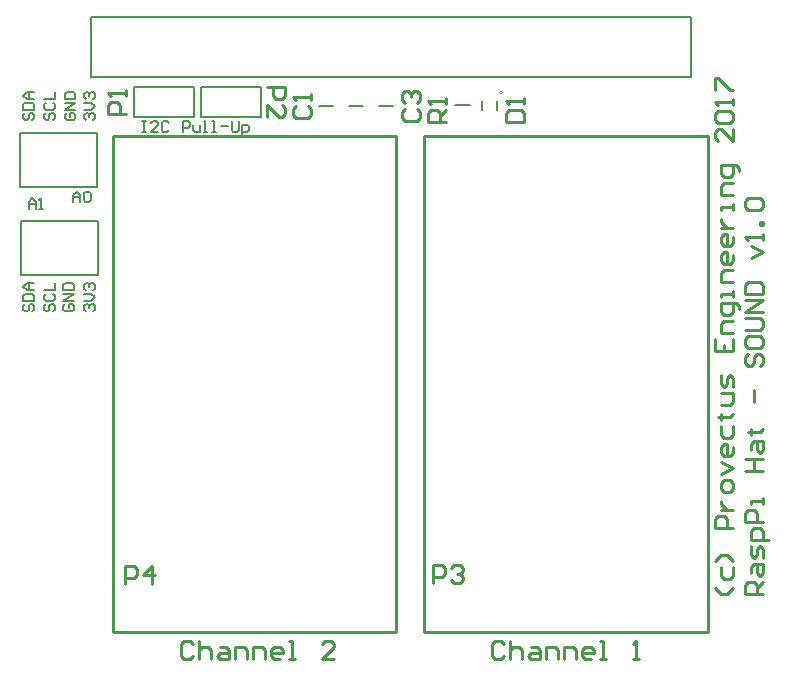
<source format=gto>
G04 Layer_Color=65535*
%FSLAX25Y25*%
%MOIN*%
G70*
G01*
G75*
%ADD26C,0.01000*%
%ADD28C,0.00197*%
%ADD29C,0.00787*%
%ADD30C,0.00500*%
%ADD31C,0.00800*%
%ADD32C,0.00600*%
D26*
X125300Y-194854D02*
X219788D01*
Y-29500D01*
X125300Y-194854D02*
Y-29500D01*
X219788D01*
X21500Y-194854D02*
X115988D01*
Y-29500D01*
X21500Y-194854D02*
Y-29500D01*
X115988D01*
X152585Y-24866D02*
X158583D01*
Y-21867D01*
X157583Y-20867D01*
X153584D01*
X152585Y-21867D01*
Y-24866D01*
X158583Y-18868D02*
Y-16869D01*
Y-17868D01*
X152585D01*
X153584Y-18868D01*
X26000Y-22319D02*
X20002D01*
Y-19320D01*
X21002Y-18320D01*
X23001D01*
X24001Y-19320D01*
Y-22319D01*
X26000Y-16321D02*
Y-14322D01*
Y-15321D01*
X20002D01*
X21002Y-16321D01*
X73000Y-13319D02*
X78998D01*
Y-16318D01*
X77998Y-17318D01*
X75999D01*
X74999Y-16318D01*
Y-13319D01*
X73000Y-23316D02*
Y-19317D01*
X76999Y-23316D01*
X77998D01*
X78998Y-22316D01*
Y-20317D01*
X77998Y-19317D01*
X128300Y-178500D02*
Y-172502D01*
X131299D01*
X132299Y-173502D01*
Y-175501D01*
X131299Y-176501D01*
X128300D01*
X134298Y-173502D02*
X135298Y-172502D01*
X137297D01*
X138297Y-173502D01*
Y-174501D01*
X137297Y-175501D01*
X136297D01*
X137297D01*
X138297Y-176501D01*
Y-177500D01*
X137297Y-178500D01*
X135298D01*
X134298Y-177500D01*
X132583Y-24866D02*
X126585D01*
Y-21867D01*
X127584Y-20867D01*
X129584D01*
X130583Y-21867D01*
Y-24866D01*
Y-22867D02*
X132583Y-20867D01*
Y-18868D02*
Y-16869D01*
Y-17868D01*
X126585D01*
X127584Y-18868D01*
X82502Y-19501D02*
X81502Y-20501D01*
Y-22500D01*
X82502Y-23500D01*
X86500D01*
X87500Y-22500D01*
Y-20501D01*
X86500Y-19501D01*
X87500Y-17502D02*
Y-15503D01*
Y-16502D01*
X81502D01*
X82502Y-17502D01*
X119002Y-20501D02*
X118002Y-21501D01*
Y-23500D01*
X119002Y-24500D01*
X123000D01*
X124000Y-23500D01*
Y-21501D01*
X123000Y-20501D01*
X119002Y-18502D02*
X118002Y-17502D01*
Y-15503D01*
X119002Y-14503D01*
X120001D01*
X121001Y-15503D01*
Y-16503D01*
Y-15503D01*
X122001Y-14503D01*
X123000D01*
X124000Y-15503D01*
Y-17502D01*
X123000Y-18502D01*
X25500Y-179000D02*
Y-173002D01*
X28499D01*
X29499Y-174002D01*
Y-176001D01*
X28499Y-177001D01*
X25500D01*
X34497Y-179000D02*
Y-173002D01*
X31498Y-176001D01*
X35497D01*
X152051Y-199002D02*
X151051Y-198002D01*
X149052D01*
X148052Y-199002D01*
Y-203000D01*
X149052Y-204000D01*
X151051D01*
X152051Y-203000D01*
X154050Y-198002D02*
Y-204000D01*
Y-201001D01*
X155050Y-200001D01*
X157049D01*
X158049Y-201001D01*
Y-204000D01*
X161048Y-200001D02*
X163047D01*
X164047Y-201001D01*
Y-204000D01*
X161048D01*
X160048Y-203000D01*
X161048Y-202001D01*
X164047D01*
X166046Y-204000D02*
Y-200001D01*
X169045D01*
X170045Y-201001D01*
Y-204000D01*
X172044D02*
Y-200001D01*
X175043D01*
X176043Y-201001D01*
Y-204000D01*
X181041D02*
X179042D01*
X178042Y-203000D01*
Y-201001D01*
X179042Y-200001D01*
X181041D01*
X182041Y-201001D01*
Y-202001D01*
X178042D01*
X184040Y-204000D02*
X186040D01*
X185040D01*
Y-198002D01*
X184040D01*
X195037Y-204000D02*
X197036D01*
X196037D01*
Y-198002D01*
X195037Y-199002D01*
X48251D02*
X47251Y-198002D01*
X45252D01*
X44252Y-199002D01*
Y-203000D01*
X45252Y-204000D01*
X47251D01*
X48251Y-203000D01*
X50250Y-198002D02*
Y-204000D01*
Y-201001D01*
X51250Y-200001D01*
X53249D01*
X54249Y-201001D01*
Y-204000D01*
X57248Y-200001D02*
X59247D01*
X60247Y-201001D01*
Y-204000D01*
X57248D01*
X56248Y-203000D01*
X57248Y-202001D01*
X60247D01*
X62246Y-204000D02*
Y-200001D01*
X65245D01*
X66245Y-201001D01*
Y-204000D01*
X68244D02*
Y-200001D01*
X71243D01*
X72243Y-201001D01*
Y-204000D01*
X77241D02*
X75242D01*
X74242Y-203000D01*
Y-201001D01*
X75242Y-200001D01*
X77241D01*
X78241Y-201001D01*
Y-202001D01*
X74242D01*
X80240Y-204000D02*
X82240D01*
X81240D01*
Y-198002D01*
X80240D01*
X95236Y-204000D02*
X91237D01*
X95236Y-200001D01*
Y-199002D01*
X94236Y-198002D01*
X92237D01*
X91237Y-199002D01*
X238400Y-182300D02*
X232402D01*
Y-179301D01*
X233402Y-178301D01*
X235401D01*
X236401Y-179301D01*
Y-182300D01*
Y-180301D02*
X238400Y-178301D01*
X234401Y-175302D02*
Y-173303D01*
X235401Y-172303D01*
X238400D01*
Y-175302D01*
X237400Y-176302D01*
X236401Y-175302D01*
Y-172303D01*
X238400Y-170304D02*
Y-167305D01*
X237400Y-166305D01*
X236401Y-167305D01*
Y-169304D01*
X235401Y-170304D01*
X234401Y-169304D01*
Y-166305D01*
X240399Y-164306D02*
X234401D01*
Y-161307D01*
X235401Y-160307D01*
X237400D01*
X238400Y-161307D01*
Y-164306D01*
Y-158308D02*
X232402D01*
Y-155309D01*
X233402Y-154309D01*
X235401D01*
X236401Y-155309D01*
Y-158308D01*
X238400Y-152310D02*
Y-150310D01*
Y-151310D01*
X234401D01*
Y-152310D01*
X232402Y-141313D02*
X238400D01*
X235401D01*
Y-137315D01*
X232402D01*
X238400D01*
X234401Y-134316D02*
Y-132316D01*
X235401Y-131316D01*
X238400D01*
Y-134316D01*
X237400Y-135315D01*
X236401Y-134316D01*
Y-131316D01*
X233402Y-128317D02*
X234401D01*
Y-129317D01*
Y-127318D01*
Y-128317D01*
X237400D01*
X238400Y-127318D01*
X235401Y-118321D02*
Y-114322D01*
X233402Y-102326D02*
X232402Y-103325D01*
Y-105325D01*
X233402Y-106325D01*
X234401D01*
X235401Y-105325D01*
Y-103325D01*
X236401Y-102326D01*
X237400D01*
X238400Y-103325D01*
Y-105325D01*
X237400Y-106325D01*
X232402Y-97328D02*
Y-99327D01*
X233402Y-100327D01*
X237400D01*
X238400Y-99327D01*
Y-97328D01*
X237400Y-96328D01*
X233402D01*
X232402Y-97328D01*
Y-94328D02*
X237400D01*
X238400Y-93329D01*
Y-91329D01*
X237400Y-90330D01*
X232402D01*
X238400Y-88330D02*
X232402D01*
X238400Y-84332D01*
X232402D01*
Y-82332D02*
X238400D01*
Y-79333D01*
X237400Y-78334D01*
X233402D01*
X232402Y-79333D01*
Y-82332D01*
X234401Y-70336D02*
X238400Y-68337D01*
X234401Y-66338D01*
X238400Y-64338D02*
Y-62339D01*
Y-63339D01*
X232402D01*
X233402Y-64338D01*
X238400Y-59340D02*
X237400D01*
Y-58340D01*
X238400D01*
Y-59340D01*
X233402Y-54341D02*
X232402Y-53342D01*
Y-51342D01*
X233402Y-50343D01*
X237400D01*
X238400Y-51342D01*
Y-53342D01*
X237400Y-54341D01*
X233402D01*
X228400Y-180101D02*
X226401Y-182100D01*
X224401D01*
X222402Y-180101D01*
X224401Y-173103D02*
Y-176102D01*
X225401Y-177102D01*
X227400D01*
X228400Y-176102D01*
Y-173103D01*
Y-171104D02*
X226401Y-169104D01*
X224401D01*
X222402Y-171104D01*
X228400Y-160107D02*
X222402D01*
Y-157108D01*
X223402Y-156108D01*
X225401D01*
X226401Y-157108D01*
Y-160107D01*
X224401Y-154109D02*
X228400D01*
X226401D01*
X225401Y-153109D01*
X224401Y-152110D01*
Y-151110D01*
X228400Y-147111D02*
Y-145112D01*
X227400Y-144112D01*
X225401D01*
X224401Y-145112D01*
Y-147111D01*
X225401Y-148111D01*
X227400D01*
X228400Y-147111D01*
X224401Y-142113D02*
X228400Y-140114D01*
X224401Y-138114D01*
X228400Y-133116D02*
Y-135115D01*
X227400Y-136115D01*
X225401D01*
X224401Y-135115D01*
Y-133116D01*
X225401Y-132116D01*
X226401D01*
Y-136115D01*
X224401Y-126118D02*
Y-129117D01*
X225401Y-130117D01*
X227400D01*
X228400Y-129117D01*
Y-126118D01*
X223402Y-123119D02*
X224401D01*
Y-124119D01*
Y-122119D01*
Y-123119D01*
X227400D01*
X228400Y-122119D01*
X224401Y-119120D02*
X227400D01*
X228400Y-118121D01*
Y-115122D01*
X224401D01*
X228400Y-113122D02*
Y-110123D01*
X227400Y-109124D01*
X226401Y-110123D01*
Y-112123D01*
X225401Y-113122D01*
X224401Y-112123D01*
Y-109124D01*
X222402Y-97127D02*
Y-101126D01*
X228400D01*
Y-97127D01*
X225401Y-101126D02*
Y-99127D01*
X228400Y-95128D02*
X224401D01*
Y-92129D01*
X225401Y-91129D01*
X228400D01*
X230399Y-87131D02*
Y-86131D01*
X229400Y-85131D01*
X224401D01*
Y-88130D01*
X225401Y-89130D01*
X227400D01*
X228400Y-88130D01*
Y-85131D01*
Y-83132D02*
Y-81133D01*
Y-82132D01*
X224401D01*
Y-83132D01*
X228400Y-78134D02*
X224401D01*
Y-75135D01*
X225401Y-74135D01*
X228400D01*
Y-69137D02*
Y-71136D01*
X227400Y-72136D01*
X225401D01*
X224401Y-71136D01*
Y-69137D01*
X225401Y-68137D01*
X226401D01*
Y-72136D01*
X228400Y-63139D02*
Y-65138D01*
X227400Y-66137D01*
X225401D01*
X224401Y-65138D01*
Y-63139D01*
X225401Y-62139D01*
X226401D01*
Y-66137D01*
X224401Y-60140D02*
X228400D01*
X226401D01*
X225401Y-59140D01*
X224401Y-58140D01*
Y-57140D01*
X228400Y-54141D02*
Y-52142D01*
Y-53142D01*
X224401D01*
Y-54141D01*
X228400Y-49143D02*
X224401D01*
Y-46144D01*
X225401Y-45144D01*
X228400D01*
X230399Y-41146D02*
Y-40146D01*
X229400Y-39146D01*
X224401D01*
Y-42145D01*
X225401Y-43145D01*
X227400D01*
X228400Y-42145D01*
Y-39146D01*
Y-27150D02*
Y-31149D01*
X224401Y-27150D01*
X223402D01*
X222402Y-28150D01*
Y-30149D01*
X223402Y-31149D01*
Y-25151D02*
X222402Y-24151D01*
Y-22152D01*
X223402Y-21152D01*
X227400D01*
X228400Y-22152D01*
Y-24151D01*
X227400Y-25151D01*
X223402D01*
X228400Y-19153D02*
Y-17153D01*
Y-18153D01*
X222402D01*
X223402Y-19153D01*
X222402Y-14154D02*
Y-10156D01*
X223402D01*
X227400Y-14154D01*
X228400D01*
D28*
X151576Y-15035D02*
G03*
X151576Y-15035I-557J0D01*
G01*
D29*
X110138Y-19500D02*
X114862D01*
X100138D02*
X104862D01*
X90138D02*
X94862D01*
X135721Y-19366D02*
X140445D01*
X51000Y-13319D02*
X71000D01*
X51000Y-23319D02*
Y-13319D01*
Y-23319D02*
X71000D01*
Y-13319D01*
X28500D02*
X48500D01*
X28500Y-23319D02*
Y-13319D01*
Y-23319D02*
X48500D01*
Y-13319D01*
X14200Y-10000D02*
X214200D01*
X14200Y10000D02*
X214200D01*
X14200Y-10000D02*
Y10000D01*
X214200Y-10000D02*
Y10000D01*
D30*
X144622Y-20843D02*
Y-17890D01*
X149543Y-20843D02*
Y-17890D01*
D31*
X16552Y-75748D02*
X16600Y-75700D01*
X3500Y-75748D02*
X16552D01*
X-9100D02*
X3500D01*
X16600Y-75700D02*
Y-58000D01*
X-9100D02*
X16600D01*
X-9100Y-75748D02*
Y-58000D01*
X-9407Y-46390D02*
Y-28642D01*
X16293D01*
Y-46342D02*
Y-28642D01*
X-9407Y-46390D02*
X3193D01*
X16245D01*
X16293Y-46342D01*
D32*
X-7723Y-85628D02*
X-8306Y-86211D01*
Y-87378D01*
X-7723Y-87961D01*
X-7140D01*
X-6556Y-87378D01*
Y-86211D01*
X-5973Y-85628D01*
X-5390D01*
X-4807Y-86211D01*
Y-87378D01*
X-5390Y-87961D01*
X-8306Y-84462D02*
X-4807D01*
Y-82712D01*
X-5390Y-82129D01*
X-7723D01*
X-8306Y-82712D01*
Y-84462D01*
X-4807Y-80963D02*
X-7140D01*
X-8306Y-79797D01*
X-7140Y-78630D01*
X-4807D01*
X-6556D01*
Y-80963D01*
X-792Y-85628D02*
X-1376Y-86211D01*
Y-87378D01*
X-792Y-87961D01*
X-209D01*
X374Y-87378D01*
Y-86211D01*
X957Y-85628D01*
X1540D01*
X2123Y-86211D01*
Y-87378D01*
X1540Y-87961D01*
X-792Y-82129D02*
X-1376Y-82712D01*
Y-83879D01*
X-792Y-84462D01*
X1540D01*
X2123Y-83879D01*
Y-82712D01*
X1540Y-82129D01*
X-1376Y-80963D02*
X2123D01*
Y-78630D01*
X5638Y-85628D02*
X5055Y-86211D01*
Y-87378D01*
X5638Y-87961D01*
X7971D01*
X8554Y-87378D01*
Y-86211D01*
X7971Y-85628D01*
X6804D01*
Y-86794D01*
X8554Y-84462D02*
X5055D01*
X8554Y-82129D01*
X5055D01*
Y-80963D02*
X8554D01*
Y-79214D01*
X7971Y-78630D01*
X5638D01*
X5055Y-79214D01*
Y-80963D01*
X12569Y-87961D02*
X11985Y-87378D01*
Y-86211D01*
X12569Y-85628D01*
X13152D01*
X13735Y-86211D01*
Y-86794D01*
Y-86211D01*
X14318Y-85628D01*
X14901D01*
X15484Y-86211D01*
Y-87378D01*
X14901Y-87961D01*
X11985Y-84462D02*
X14318D01*
X15484Y-83296D01*
X14318Y-82129D01*
X11985D01*
X12569Y-80963D02*
X11985Y-80380D01*
Y-79214D01*
X12569Y-78630D01*
X13152D01*
X13735Y-79214D01*
Y-79797D01*
Y-79214D01*
X14318Y-78630D01*
X14901D01*
X15484Y-79214D01*
Y-80380D01*
X14901Y-80963D01*
X12569Y-24280D02*
X11985Y-23696D01*
Y-22530D01*
X12569Y-21947D01*
X13152D01*
X13735Y-22530D01*
Y-23113D01*
Y-22530D01*
X14318Y-21947D01*
X14901D01*
X15484Y-22530D01*
Y-23696D01*
X14901Y-24280D01*
X11985Y-20781D02*
X14318D01*
X15484Y-19614D01*
X14318Y-18448D01*
X11985D01*
X12569Y-17282D02*
X11985Y-16699D01*
Y-15532D01*
X12569Y-14949D01*
X13152D01*
X13735Y-15532D01*
Y-16116D01*
Y-15532D01*
X14318Y-14949D01*
X14901D01*
X15484Y-15532D01*
Y-16699D01*
X14901Y-17282D01*
X6138Y-21947D02*
X5555Y-22530D01*
Y-23696D01*
X6138Y-24280D01*
X8471D01*
X9054Y-23696D01*
Y-22530D01*
X8471Y-21947D01*
X7304D01*
Y-23113D01*
X9054Y-20781D02*
X5555D01*
X9054Y-18448D01*
X5555D01*
Y-17282D02*
X9054D01*
Y-15532D01*
X8471Y-14949D01*
X6138D01*
X5555Y-15532D01*
Y-17282D01*
X-792Y-21947D02*
X-1376Y-22530D01*
Y-23696D01*
X-792Y-24280D01*
X-209D01*
X374Y-23696D01*
Y-22530D01*
X957Y-21947D01*
X1540D01*
X2123Y-22530D01*
Y-23696D01*
X1540Y-24280D01*
X-792Y-18448D02*
X-1376Y-19031D01*
Y-20198D01*
X-792Y-20781D01*
X1540D01*
X2123Y-20198D01*
Y-19031D01*
X1540Y-18448D01*
X-1376Y-17282D02*
X2123D01*
Y-14949D01*
X-7723Y-21947D02*
X-8306Y-22530D01*
Y-23696D01*
X-7723Y-24280D01*
X-7140D01*
X-6556Y-23696D01*
Y-22530D01*
X-5973Y-21947D01*
X-5390D01*
X-4807Y-22530D01*
Y-23696D01*
X-5390Y-24280D01*
X-8306Y-20781D02*
X-4807D01*
Y-19031D01*
X-5390Y-18448D01*
X-7723D01*
X-8306Y-19031D01*
Y-20781D01*
X-4807Y-17282D02*
X-7140D01*
X-8306Y-16116D01*
X-7140Y-14949D01*
X-4807D01*
X-6556D01*
Y-17282D01*
X-6500Y-53819D02*
Y-51486D01*
X-5334Y-50320D01*
X-4167Y-51486D01*
Y-53819D01*
Y-52069D01*
X-6500D01*
X-3001Y-53819D02*
X-1835D01*
X-2418D01*
Y-50320D01*
X-3001Y-50903D01*
X8268Y-51575D02*
Y-49242D01*
X9434Y-48076D01*
X10600Y-49242D01*
Y-51575D01*
Y-49825D01*
X8268D01*
X11767Y-48659D02*
X12350Y-48076D01*
X13516D01*
X14099Y-48659D01*
Y-50992D01*
X13516Y-51575D01*
X12350D01*
X11767Y-50992D01*
Y-48659D01*
X31400Y-24601D02*
X32566D01*
X31983D01*
Y-28100D01*
X31400D01*
X32566D01*
X36648D02*
X34316D01*
X36648Y-25767D01*
Y-25184D01*
X36065Y-24601D01*
X34899D01*
X34316Y-25184D01*
X40147D02*
X39564Y-24601D01*
X38398D01*
X37815Y-25184D01*
Y-27517D01*
X38398Y-28100D01*
X39564D01*
X40147Y-27517D01*
X44812Y-28100D02*
Y-24601D01*
X46562D01*
X47145Y-25184D01*
Y-26351D01*
X46562Y-26934D01*
X44812D01*
X48311Y-25767D02*
Y-27517D01*
X48894Y-28100D01*
X50644D01*
Y-25767D01*
X51810Y-28100D02*
X52976D01*
X52393D01*
Y-24601D01*
X51810D01*
X54726Y-28100D02*
X55892D01*
X55309D01*
Y-24601D01*
X54726D01*
X57642Y-26351D02*
X59974D01*
X61140Y-24601D02*
Y-27517D01*
X61724Y-28100D01*
X62890D01*
X63473Y-27517D01*
Y-24601D01*
X64639Y-29266D02*
Y-25767D01*
X66389D01*
X66972Y-26351D01*
Y-27517D01*
X66389Y-28100D01*
X64639D01*
M02*

</source>
